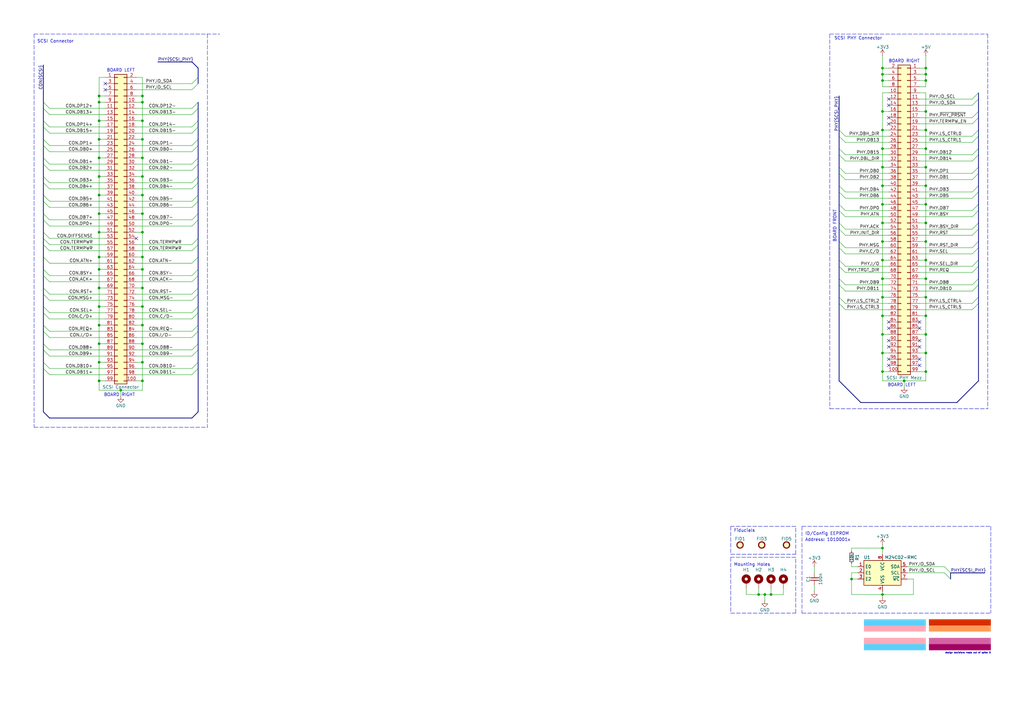
<source format=kicad_sch>
(kicad_sch (version 20231120) (generator "eeschema") (generator_version "8.0")
  (paper "A3")
  (title_block (title "Squishy - LVD/MSE PHY - Root") (date "2024-06-14") (rev "1") (company "Shrine Maiden Heavy Industries") (comment 1 "License:  CERN-OHL-S") (comment 2 "© 2024 Aki 'lethalbit' Van Ness, et. al.") (comment 4 "Squishy - SCSI Multitool"))
  (bus_alias "SCSI" (members "DB0+" "DB0-" "DB1+" "DB1-" "DB2+" "DB2-" "DB3+" "DB3-" "DB4+" "DB4-" "DB5+" "DB5-" "DB6+" "DB6-" "DB7+" "DB7-" "DB8+" "DB8-" "DB9+" "DB9-" "DB10+" "DB10-" "DB11+" "DB11-" "DB12+" "DB12-" "DB13+" "DB13-" "DB14+" "DB14-" "DB15+" "DB15-" "DP0+" "DP0-" "DP1+" "DP1-" "ATN+" "ATN-" "BSY+" "BSY-" "ACK+" "ACK-" "RST+" "RST-" "MSG+" "MSG-" "SEL+" "SEL-" "C/D+" "C/D-" "REQ+" "REQ-" "I/O+" "I/O-" "DIFFSENSE" "TERMPWR"))
  (bus_alias "SCSI_PHY" (members "DB[0..15]" "DP[0..1]" "ATN" "BSY" "ACK" "RST" "MSG" "SEL" "C/D" "REQ" "I/O" "ID_SDA" "ID_SCL" "~{PHY_PRSNT}" "TERMPW_EN" "LS_CTRL[0..5]" "DBL_DIR" "DBH_DIR" "INIT_DIR" "TRGT_DIR" "SEL_DIR" "RST_DIR" "BSY_DIR"))
  (junction (at 379.73 144.78))
  (junction (at 361.95 114.3))
  (junction (at 361.95 99.06))
  (junction (at 40.64 87.63))
  (junction (at 40.64 41.91))
  (junction (at 349.25 237.49))
  (junction (at 379.73 106.68))
  (junction (at 379.73 99.06))
  (junction (at 40.64 133.35))
  (junction (at 361.95 144.78))
  (junction (at 58.42 80.01))
  (junction (at 361.95 106.68))
  (junction (at 361.95 121.92))
  (junction (at 361.95 152.4))
  (junction (at 361.95 30.48))
  (junction (at 379.73 30.48))
  (junction (at 379.73 45.72))
  (junction (at 379.73 27.94))
  (junction (at 361.95 224.79))
  (junction (at 361.95 68.58))
  (junction (at 361.95 53.34))
  (junction (at 58.42 64.77))
  (junction (at 379.73 33.02))
  (junction (at 58.42 118.11))
  (junction (at 361.95 137.16))
  (junction (at 361.95 27.94))
  (junction (at 40.64 110.49))
  (junction (at 40.64 148.59))
  (junction (at 379.73 152.4))
  (junction (at 58.42 41.91))
  (junction (at 58.42 133.35))
  (junction (at 40.64 95.25))
  (junction (at 379.73 137.16))
  (junction (at 361.95 76.2))
  (junction (at 379.73 114.3))
  (junction (at 370.84 156.21))
  (junction (at 361.95 83.82))
  (junction (at 379.73 76.2))
  (junction (at 313.69 243.84))
  (junction (at 58.42 125.73))
  (junction (at 40.64 64.77))
  (junction (at 58.42 87.63))
  (junction (at 40.64 39.37))
  (junction (at 379.73 129.54))
  (junction (at 361.95 33.02))
  (junction (at 311.15 243.84))
  (junction (at 379.73 91.44))
  (junction (at 361.95 60.96))
  (junction (at 40.64 156.21))
  (junction (at 58.42 140.97))
  (junction (at 58.42 49.53))
  (junction (at 361.95 91.44))
  (junction (at 379.73 83.82))
  (junction (at 58.42 72.39))
  (junction (at 40.64 140.97))
  (junction (at 40.64 72.39))
  (junction (at 361.95 45.72))
  (junction (at 379.73 53.34))
  (junction (at 58.42 39.37))
  (junction (at 58.42 110.49))
  (junction (at 40.64 118.11))
  (junction (at 316.23 243.84))
  (junction (at 40.64 57.15))
  (junction (at 58.42 105.41))
  (junction (at 361.95 243.84))
  (junction (at 58.42 57.15))
  (junction (at 58.42 148.59))
  (junction (at 49.53 160.02))
  (junction (at 40.64 80.01))
  (junction (at 361.95 129.54))
  (junction (at 40.64 125.73))
  (junction (at 379.73 60.96))
  (junction (at 58.42 156.21))
  (junction (at 379.73 68.58))
  (junction (at 58.42 95.25))
  (junction (at 40.64 49.53))
  (junction (at 40.64 105.41))
  (junction (at 379.73 121.92))
  (no_connect (at 377.19 134.62))
  (no_connect (at 364.49 139.7))
  (no_connect (at 55.88 97.79))
  (no_connect (at 364.49 147.32))
  (no_connect (at 364.49 134.62))
  (no_connect (at 377.19 147.32))
  (no_connect (at 43.18 34.29))
  (no_connect (at 364.49 40.64))
  (no_connect (at 364.49 132.08))
  (no_connect (at 377.19 139.7))
  (no_connect (at 364.49 149.86))
  (no_connect (at 364.49 142.24))
  (no_connect (at 377.19 142.24))
  (no_connect (at 377.19 149.86))
  (no_connect (at 364.49 48.26))
  (no_connect (at 377.19 132.08))
  (no_connect (at 364.49 50.8))
  (no_connect (at 364.49 43.18))
  (no_connect (at 43.18 36.83))
  (bus_entry (at 401.32 76.2) (size -2.54 2.54))
  (bus_entry (at 401.32 45.72) (size -2.54 2.54))
  (bus_entry (at 17.78 44.45) (size 2.54 2.54))
  (bus_entry (at 81.28 82.55) (size -2.54 2.54))
  (bus_entry (at 401.32 53.34) (size -2.54 2.54))
  (bus_entry (at 401.32 60.96) (size -2.54 2.54))
  (bus_entry (at 17.78 135.89) (size 2.54 2.54))
  (bus_entry (at 81.28 80.01) (size -2.54 2.54))
  (bus_entry (at 17.78 74.93) (size 2.54 2.54))
  (bus_entry (at 81.28 100.33) (size -2.54 2.54))
  (bus_entry (at 81.28 64.77) (size -2.54 2.54))
  (bus_entry (at 81.28 135.89) (size -2.54 2.54))
  (bus_entry (at 17.78 95.25) (size 2.54 2.54))
  (bus_entry (at 401.32 116.84) (size -2.54 2.54))
  (bus_entry (at 389.89 234.95) (size -2.54 -2.54))
  (bus_entry (at 344.17 71.12) (size 2.54 2.54))
  (bus_entry (at 81.28 97.79) (size -2.54 2.54))
  (bus_entry (at 344.17 86.36) (size 2.54 2.54))
  (bus_entry (at 81.28 128.27) (size -2.54 2.54))
  (bus_entry (at 81.28 118.11) (size -2.54 2.54))
  (bus_entry (at 344.17 93.98) (size 2.54 2.54))
  (bus_entry (at 17.78 125.73) (size 2.54 2.54))
  (bus_entry (at 81.28 110.49) (size -2.54 2.54))
  (bus_entry (at 401.32 40.64) (size -2.54 2.54))
  (bus_entry (at 344.17 101.6) (size 2.54 2.54))
  (bus_entry (at 81.28 143.51) (size -2.54 2.54))
  (bus_entry (at 344.17 124.46) (size 2.54 2.54))
  (bus_entry (at 344.17 63.5) (size 2.54 2.54))
  (bus_entry (at 17.78 140.97) (size 2.54 2.54))
  (bus_entry (at 17.78 49.53) (size 2.54 2.54))
  (bus_entry (at 344.17 109.22) (size 2.54 2.54))
  (bus_entry (at 81.28 125.73) (size -2.54 2.54))
  (bus_entry (at 401.32 91.44) (size -2.54 2.54))
  (bus_entry (at 17.78 118.11) (size 2.54 2.54))
  (bus_entry (at 17.78 64.77) (size 2.54 2.54))
  (bus_entry (at 81.28 52.07) (size -2.54 2.54))
  (bus_entry (at 81.28 74.93) (size -2.54 2.54))
  (bus_entry (at 401.32 106.68) (size -2.54 2.54))
  (bus_entry (at 401.32 99.06) (size -2.54 2.54))
  (bus_entry (at 81.28 90.17) (size -2.54 2.54))
  (bus_entry (at 401.32 124.46) (size -2.54 2.54))
  (bus_entry (at 17.78 87.63) (size 2.54 2.54))
  (bus_entry (at 81.28 87.63) (size -2.54 2.54))
  (bus_entry (at 17.78 82.55) (size 2.54 2.54))
  (bus_entry (at 401.32 78.74) (size -2.54 2.54))
  (bus_entry (at 401.32 38.1) (size -2.54 2.54))
  (bus_entry (at 17.78 148.59) (size 2.54 2.54))
  (bus_entry (at 17.78 57.15) (size 2.54 2.54))
  (bus_entry (at 17.78 59.69) (size 2.54 2.54))
  (bus_entry (at 344.17 55.88) (size 2.54 2.54))
  (bus_entry (at 81.28 44.45) (size -2.54 2.54))
  (bus_entry (at 344.17 116.84) (size 2.54 2.54))
  (bus_entry (at 344.17 91.44) (size 2.54 2.54))
  (bus_entry (at 389.89 237.49) (size -2.54 -2.54))
  (bus_entry (at 17.78 90.17) (size 2.54 2.54))
  (bus_entry (at 401.32 83.82) (size -2.54 2.54))
  (bus_entry (at 401.32 109.22) (size -2.54 2.54))
  (bus_entry (at 81.28 59.69) (size -2.54 2.54))
  (bus_entry (at 344.17 78.74) (size 2.54 2.54))
  (bus_entry (at 17.78 113.03) (size 2.54 2.54))
  (bus_entry (at 17.78 105.41) (size 2.54 2.54))
  (bus_entry (at 81.28 113.03) (size -2.54 2.54))
  (bus_entry (at 17.78 52.07) (size 2.54 2.54))
  (bus_entry (at 17.78 110.49) (size 2.54 2.54))
  (bus_entry (at 17.78 72.39) (size 2.54 2.54))
  (bus_entry (at 81.28 120.65) (size -2.54 2.54))
  (bus_entry (at 81.28 34.29) (size -2.54 2.54))
  (bus_entry (at 81.28 57.15) (size -2.54 2.54))
  (bus_entry (at 17.78 80.01) (size 2.54 2.54))
  (bus_entry (at 344.17 121.92) (size 2.54 2.54))
  (bus_entry (at 17.78 41.91) (size 2.54 2.54))
  (bus_entry (at 81.28 41.91) (size -2.54 2.54))
  (bus_entry (at 344.17 114.3) (size 2.54 2.54))
  (bus_entry (at 17.78 151.13) (size 2.54 2.54))
  (bus_entry (at 344.17 60.96) (size 2.54 2.54))
  (bus_entry (at 401.32 63.5) (size -2.54 2.54))
  (bus_entry (at 401.32 86.36) (size -2.54 2.54))
  (bus_entry (at 81.28 31.75) (size -2.54 2.54))
  (bus_entry (at 81.28 151.13) (size -2.54 2.54))
  (bus_entry (at 81.28 72.39) (size -2.54 2.54))
  (bus_entry (at 81.28 148.59) (size -2.54 2.54))
  (bus_entry (at 17.78 97.79) (size 2.54 2.54))
  (bus_entry (at 401.32 101.6) (size -2.54 2.54))
  (bus_entry (at 17.78 100.33) (size 2.54 2.54))
  (bus_entry (at 81.28 49.53) (size -2.54 2.54))
  (bus_entry (at 401.32 93.98) (size -2.54 2.54))
  (bus_entry (at 344.17 76.2) (size 2.54 2.54))
  (bus_entry (at 401.32 121.92) (size -2.54 2.54))
  (bus_entry (at 344.17 99.06) (size 2.54 2.54))
  (bus_entry (at 17.78 120.65) (size 2.54 2.54))
  (bus_entry (at 17.78 67.31) (size 2.54 2.54))
  (bus_entry (at 17.78 128.27) (size 2.54 2.54))
  (bus_entry (at 17.78 133.35) (size 2.54 2.54))
  (bus_entry (at 401.32 114.3) (size -2.54 2.54))
  (bus_entry (at 81.28 105.41) (size -2.54 2.54))
  (bus_entry (at 344.17 106.68) (size 2.54 2.54))
  (bus_entry (at 344.17 83.82) (size 2.54 2.54))
  (bus_entry (at 81.28 67.31) (size -2.54 2.54))
  (bus_entry (at 81.28 140.97) (size -2.54 2.54))
  (bus_entry (at 401.32 48.26) (size -2.54 2.54))
  (bus_entry (at 17.78 143.51) (size 2.54 2.54))
  (bus_entry (at 344.17 68.58) (size 2.54 2.54))
  (bus_entry (at 401.32 68.58) (size -2.54 2.54))
  (bus_entry (at 401.32 71.12) (size -2.54 2.54))
  (bus_entry (at 344.17 53.34) (size 2.54 2.54))
  (bus_entry (at 81.28 133.35) (size -2.54 2.54))
  (bus_entry (at 401.32 55.88) (size -2.54 2.54))
  (wire (pts (xy 377.19 43.18) (xy 398.78 43.18)))
  (wire (pts (xy 361.95 156.21) (xy 370.84 156.21)))
  (wire (pts (xy 20.32 92.71) (xy 43.18 92.71)))
  (wire (pts (xy 20.32 67.31) (xy 43.18 67.31)))
  (wire (pts (xy 346.71 71.12) (xy 364.49 71.12)))
  (wire (pts (xy 361.95 99.06) (xy 364.49 99.06)))
  (wire (pts (xy 20.32 146.05) (xy 43.18 146.05)))
  (wire (pts (xy 55.88 156.21) (xy 58.42 156.21)))
  (bus (pts (xy 401.32 60.96) (xy 401.32 63.5)))
  (wire (pts (xy 20.32 97.79) (xy 43.18 97.79)))
  (wire (pts (xy 377.19 109.22) (xy 398.78 109.22)))
  (wire (pts (xy 55.88 31.75) (xy 58.42 31.75)))
  (wire (pts (xy 379.73 106.68) (xy 379.73 114.3)))
  (wire (pts (xy 78.74 115.57) (xy 55.88 115.57)))
  (wire (pts (xy 377.19 129.54) (xy 379.73 129.54)))
  (bus (pts (xy 344.17 101.6) (xy 344.17 106.68)))
  (wire (pts (xy 346.71 58.42) (xy 364.49 58.42)))
  (wire (pts (xy 78.74 102.87) (xy 55.88 102.87)))
  (wire (pts (xy 377.19 114.3) (xy 379.73 114.3)))
  (wire (pts (xy 55.88 57.15) (xy 58.42 57.15)))
  (bus (pts (xy 81.28 120.65) (xy 81.28 125.73)))
  (wire (pts (xy 377.19 81.28) (xy 398.78 81.28)))
  (wire (pts (xy 20.32 123.19) (xy 43.18 123.19)))
  (wire (pts (xy 58.42 87.63) (xy 58.42 95.25)))
  (bus (pts (xy 81.28 82.55) (xy 81.28 87.63)))
  (wire (pts (xy 78.74 74.93) (xy 55.88 74.93)))
  (polyline (pts (xy 299.72 228.6) (xy 299.72 251.46)) (stroke (width 0) (type dash)))
  (bus (pts (xy 17.78 95.25) (xy 17.78 97.79)))
  (wire (pts (xy 349.25 231.14) (xy 349.25 232.41)))
  (wire (pts (xy 379.73 99.06) (xy 379.73 106.68)))
  (bus (pts (xy 81.28 97.79) (xy 81.28 100.33)))
  (wire (pts (xy 361.95 68.58) (xy 364.49 68.58)))
  (bus (pts (xy 401.32 121.92) (xy 401.32 124.46)))
  (wire (pts (xy 361.95 152.4) (xy 364.49 152.4)))
  (wire (pts (xy 20.32 62.23) (xy 43.18 62.23)))
  (bus (pts (xy 401.32 109.22) (xy 401.32 114.3)))
  (wire (pts (xy 377.19 78.74) (xy 398.78 78.74)))
  (bus (pts (xy 344.17 91.44) (xy 344.17 93.98)))
  (bus (pts (xy 401.32 86.36) (xy 401.32 91.44)))
  (wire (pts (xy 374.65 237.49) (xy 374.65 243.84)))
  (wire (pts (xy 379.73 30.48) (xy 379.73 33.02)))
  (wire (pts (xy 377.19 76.2) (xy 379.73 76.2)))
  (wire (pts (xy 55.88 110.49) (xy 58.42 110.49)))
  (bus (pts (xy 401.32 68.58) (xy 401.32 71.12)))
  (bus (pts (xy 344.17 68.58) (xy 344.17 71.12)))
  (wire (pts (xy 49.53 160.02) (xy 49.53 162.56)))
  (wire (pts (xy 55.88 41.91) (xy 58.42 41.91)))
  (wire (pts (xy 78.74 113.03) (xy 55.88 113.03)))
  (wire (pts (xy 377.19 116.84) (xy 398.78 116.84)))
  (wire (pts (xy 78.74 153.67) (xy 55.88 153.67)))
  (wire (pts (xy 78.74 62.23) (xy 55.88 62.23)))
  (bus (pts (xy 344.17 116.84) (xy 344.17 121.92)))
  (wire (pts (xy 346.71 96.52) (xy 364.49 96.52)))
  (wire (pts (xy 361.95 27.94) (xy 361.95 30.48)))
  (wire (pts (xy 43.18 57.15) (xy 40.64 57.15)))
  (wire (pts (xy 361.95 121.92) (xy 361.95 129.54)))
  (bus (pts (xy 81.28 100.33) (xy 81.28 105.41)))
  (bus (pts (xy 20.32 171.45) (xy 78.74 171.45)))
  (wire (pts (xy 377.19 101.6) (xy 398.78 101.6)))
  (wire (pts (xy 361.95 27.94) (xy 361.95 22.86)))
  (bus (pts (xy 17.78 133.35) (xy 17.78 135.89)))
  (wire (pts (xy 361.95 60.96) (xy 361.95 68.58)))
  (bus (pts (xy 81.28 118.11) (xy 81.28 120.65)))
  (wire (pts (xy 40.64 64.77) (xy 40.64 72.39)))
  (wire (pts (xy 379.73 114.3) (xy 379.73 121.92)))
  (wire (pts (xy 377.19 96.52) (xy 398.78 96.52)))
  (wire (pts (xy 20.32 69.85) (xy 43.18 69.85)))
  (wire (pts (xy 58.42 41.91) (xy 58.42 49.53)))
  (wire (pts (xy 364.49 33.02) (xy 361.95 33.02)))
  (wire (pts (xy 78.74 67.31) (xy 55.88 67.31)))
  (bus (pts (xy 17.78 120.65) (xy 17.78 125.73)))
  (bus (pts (xy 81.28 128.27) (xy 81.28 133.35)))
  (wire (pts (xy 40.64 49.53) (xy 40.64 57.15)))
  (bus (pts (xy 81.28 64.77) (xy 81.28 67.31)))
  (bus (pts (xy 401.32 40.64) (xy 401.32 45.72)))
  (wire (pts (xy 40.64 160.02) (xy 49.53 160.02)))
  (wire (pts (xy 20.32 77.47) (xy 43.18 77.47)))
  (wire (pts (xy 40.64 72.39) (xy 40.64 80.01)))
  (bus (pts (xy 81.28 59.69) (xy 81.28 64.77)))
  (wire (pts (xy 379.73 144.78) (xy 379.73 152.4)))
  (wire (pts (xy 364.49 30.48) (xy 361.95 30.48)))
  (bus (pts (xy 81.28 49.53) (xy 81.28 52.07)))
  (wire (pts (xy 377.19 99.06) (xy 379.73 99.06)))
  (bus (pts (xy 344.17 83.82) (xy 344.17 86.36)))
  (wire (pts (xy 58.42 80.01) (xy 58.42 87.63)))
  (bus (pts (xy 401.32 93.98) (xy 401.32 99.06)))
  (wire (pts (xy 43.18 95.25) (xy 40.64 95.25)))
  (wire (pts (xy 377.19 124.46) (xy 398.78 124.46)))
  (bus (pts (xy 401.32 71.12) (xy 401.32 76.2)))
  (bus (pts (xy 17.78 105.41) (xy 17.78 110.49)))
  (bus (pts (xy 81.28 27.94) (xy 81.28 31.75)))
  (bus (pts (xy 344.17 106.68) (xy 344.17 109.22)))
  (wire (pts (xy 349.25 237.49) (xy 349.25 243.84)))
  (wire (pts (xy 78.74 77.47) (xy 55.88 77.47)))
  (wire (pts (xy 78.74 85.09) (xy 55.88 85.09)))
  (wire (pts (xy 40.64 41.91) (xy 40.64 49.53)))
  (bus (pts (xy 17.78 118.11) (xy 17.78 120.65)))
  (wire (pts (xy 377.19 91.44) (xy 379.73 91.44)))
  (bus (pts (xy 401.32 63.5) (xy 401.32 68.58)))
  (wire (pts (xy 377.19 53.34) (xy 379.73 53.34)))
  (wire (pts (xy 78.74 90.17) (xy 55.88 90.17)))
  (bus (pts (xy 17.78 110.49) (xy 17.78 113.03)))
  (wire (pts (xy 313.69 243.84) (xy 316.23 243.84)))
  (wire (pts (xy 55.88 87.63) (xy 58.42 87.63)))
  (wire (pts (xy 55.88 125.73) (xy 58.42 125.73)))
  (polyline (pts (xy 340.36 13.97) (xy 340.36 167.64)) (stroke (width 0) (type dash)))
  (wire (pts (xy 361.95 38.1) (xy 361.95 45.72)))
  (wire (pts (xy 346.71 55.88) (xy 364.49 55.88)))
  (bus (pts (xy 81.28 31.75) (xy 81.28 34.29)))
  (wire (pts (xy 377.19 38.1) (xy 379.73 38.1)))
  (wire (pts (xy 316.23 241.3) (xy 316.23 243.84)))
  (wire (pts (xy 377.19 35.56) (xy 379.73 35.56)))
  (wire (pts (xy 349.25 232.41) (xy 351.79 232.41)))
  (bus (pts (xy 344.17 55.88) (xy 344.17 60.96)))
  (wire (pts (xy 55.88 72.39) (xy 58.42 72.39)))
  (wire (pts (xy 377.19 45.72) (xy 379.73 45.72)))
  (bus (pts (xy 389.89 234.95) (xy 403.86 234.95)))
  (wire (pts (xy 58.42 49.53) (xy 58.42 57.15)))
  (wire (pts (xy 364.49 27.94) (xy 361.95 27.94)))
  (wire (pts (xy 43.18 64.77) (xy 40.64 64.77)))
  (bus (pts (xy 17.78 135.89) (xy 17.78 140.97)))
  (bus (pts (xy 344.17 78.74) (xy 344.17 83.82)))
  (wire (pts (xy 78.74 120.65) (xy 55.88 120.65)))
  (wire (pts (xy 58.42 95.25) (xy 58.42 105.41)))
  (polyline (pts (xy 13.97 13.97) (xy 13.97 175.26)) (stroke (width 0) (type dash)))
  (wire (pts (xy 43.18 110.49) (xy 40.64 110.49)))
  (wire (pts (xy 78.74 128.27) (xy 55.88 128.27)))
  (bus (pts (xy 401.32 48.26) (xy 401.32 53.34)))
  (bus (pts (xy 81.28 80.01) (xy 81.28 82.55)))
  (wire (pts (xy 58.42 156.21) (xy 58.42 160.02)))
  (polyline (pts (xy 85.09 13.97) (xy 85.09 175.26)) (stroke (width 0) (type dash)))
  (bus (pts (xy 344.17 99.06) (xy 344.17 101.6)))
  (bus (pts (xy 17.78 49.53) (xy 17.78 52.07)))
  (wire (pts (xy 55.88 118.11) (xy 58.42 118.11)))
  (wire (pts (xy 78.74 46.99) (xy 55.88 46.99)))
  (wire (pts (xy 377.19 88.9) (xy 398.78 88.9)))
  (wire (pts (xy 40.64 110.49) (xy 40.64 118.11)))
  (wire (pts (xy 361.95 83.82) (xy 361.95 91.44)))
  (wire (pts (xy 20.32 128.27) (xy 43.18 128.27)))
  (wire (pts (xy 55.88 36.83) (xy 78.74 36.83)))
  (wire (pts (xy 20.32 113.03) (xy 43.18 113.03)))
  (wire (pts (xy 55.88 105.41) (xy 58.42 105.41)))
  (wire (pts (xy 55.88 39.37) (xy 58.42 39.37)))
  (bus (pts (xy 344.17 114.3) (xy 344.17 116.84)))
  (bus (pts (xy 401.32 116.84) (xy 401.32 121.92)))
  (wire (pts (xy 398.78 50.8) (xy 377.19 50.8)))
  (wire (pts (xy 40.64 133.35) (xy 40.64 140.97)))
  (wire (pts (xy 55.88 80.01) (xy 58.42 80.01)))
  (wire (pts (xy 20.32 85.09) (xy 43.18 85.09)))
  (wire (pts (xy 58.42 140.97) (xy 58.42 148.59)))
  (wire (pts (xy 43.18 72.39) (xy 40.64 72.39)))
  (wire (pts (xy 377.19 48.26) (xy 398.78 48.26)))
  (wire (pts (xy 40.64 31.75) (xy 40.64 39.37)))
  (wire (pts (xy 346.71 104.14) (xy 364.49 104.14)))
  (bus (pts (xy 81.28 67.31) (xy 81.28 72.39)))
  (bus (pts (xy 401.32 55.88) (xy 401.32 60.96)))
  (polyline (pts (xy 326.39 251.46) (xy 326.39 228.6)) (stroke (width 0) (type dash)))
  (wire (pts (xy 361.95 33.02) (xy 361.95 35.56)))
  (bus (pts (xy 401.32 99.06) (xy 401.32 101.6)))
  (wire (pts (xy 379.73 27.94) (xy 379.73 30.48)))
  (wire (pts (xy 361.95 114.3) (xy 361.95 121.92)))
  (wire (pts (xy 361.95 91.44) (xy 361.95 99.06)))
  (wire (pts (xy 43.18 125.73) (xy 40.64 125.73)))
  (polyline (pts (xy 326.39 227.33) (xy 326.39 215.9)) (stroke (width 0) (type dash)))
  (bus (pts (xy 344.17 121.92) (xy 344.17 124.46)))
  (wire (pts (xy 364.49 38.1) (xy 361.95 38.1)))
  (wire (pts (xy 346.71 81.28) (xy 364.49 81.28)))
  (wire (pts (xy 361.95 91.44) (xy 364.49 91.44)))
  (bus (pts (xy 401.32 156.21) (xy 392.43 165.1)))
  (wire (pts (xy 361.95 106.68) (xy 364.49 106.68)))
  (wire (pts (xy 55.88 133.35) (xy 58.42 133.35)))
  (bus (pts (xy 17.78 140.97) (xy 17.78 143.51)))
  (bus (pts (xy 17.78 148.59) (xy 17.78 151.13)))
  (bus (pts (xy 81.28 135.89) (xy 81.28 140.97)))
  (wire (pts (xy 20.32 120.65) (xy 43.18 120.65)))
  (wire (pts (xy 361.95 68.58) (xy 361.95 76.2)))
  (bus (pts (xy 401.32 114.3) (xy 401.32 116.84)))
  (wire (pts (xy 346.71 93.98) (xy 364.49 93.98)))
  (wire (pts (xy 55.88 148.59) (xy 58.42 148.59)))
  (wire (pts (xy 334.01 240.03) (xy 334.01 242.57)))
  (polyline (pts (xy 328.93 251.46) (xy 406.4 251.46)) (stroke (width 0) (type dash)))
  (polyline (pts (xy 13.97 175.26) (xy 85.09 175.26)) (stroke (width 0) (type dash)))
  (wire (pts (xy 346.71 101.6) (xy 364.49 101.6)))
  (bus (pts (xy 17.78 168.91) (xy 20.32 171.45)))
  (wire (pts (xy 377.19 55.88) (xy 398.78 55.88)))
  (polyline (pts (xy 299.72 251.46) (xy 326.39 251.46)) (stroke (width 0) (type dash)))
  (wire (pts (xy 346.71 119.38) (xy 364.49 119.38)))
  (wire (pts (xy 377.19 137.16) (xy 379.73 137.16)))
  (polyline (pts (xy 13.97 13.97) (xy 90.17 13.97)) (stroke (width 0) (type dash)))
  (wire (pts (xy 20.32 153.67) (xy 43.18 153.67)))
  (wire (pts (xy 361.95 53.34) (xy 361.95 60.96)))
  (wire (pts (xy 346.71 63.5) (xy 364.49 63.5)))
  (wire (pts (xy 361.95 76.2) (xy 364.49 76.2)))
  (bus (pts (xy 17.78 64.77) (xy 17.78 67.31)))
  (wire (pts (xy 364.49 124.46) (xy 346.71 124.46)))
  (polyline (pts (xy 328.93 215.9) (xy 406.4 215.9)) (stroke (width 0) (type dash)))
  (wire (pts (xy 43.18 80.01) (xy 40.64 80.01)))
  (wire (pts (xy 20.32 135.89) (xy 43.18 135.89)))
  (wire (pts (xy 349.25 243.84) (xy 361.95 243.84)))
  (wire (pts (xy 78.74 138.43) (xy 55.88 138.43)))
  (bus (pts (xy 17.78 100.33) (xy 17.78 105.41)))
  (bus (pts (xy 17.78 72.39) (xy 17.78 74.93)))
  (wire (pts (xy 370.84 156.21) (xy 379.73 156.21)))
  (wire (pts (xy 20.32 100.33) (xy 43.18 100.33)))
  (polyline (pts (xy 326.39 215.9) (xy 299.72 215.9)) (stroke (width 0) (type dash)))
  (bus (pts (xy 81.28 72.39) (xy 81.28 74.93)))
  (bus (pts (xy 17.78 82.55) (xy 17.78 87.63)))
  (wire (pts (xy 364.49 127) (xy 346.71 127)))
  (bus (pts (xy 17.78 44.45) (xy 17.78 49.53)))
  (bus (pts (xy 17.78 90.17) (xy 17.78 95.25)))
  (wire (pts (xy 377.19 73.66) (xy 398.78 73.66)))
  (bus (pts (xy 17.78 52.07) (xy 17.78 57.15)))
  (bus (pts (xy 389.89 234.95) (xy 389.89 237.49)))
  (wire (pts (xy 364.49 137.16) (xy 361.95 137.16)))
  (bus (pts (xy 81.28 87.63) (xy 81.28 90.17)))
  (wire (pts (xy 55.88 34.29) (xy 78.74 34.29)))
  (bus (pts (xy 17.78 97.79) (xy 17.78 100.33)))
  (wire (pts (xy 40.64 80.01) (xy 40.64 87.63)))
  (bus (pts (xy 81.28 41.91) (xy 81.28 44.45)))
  (bus (pts (xy 17.78 87.63) (xy 17.78 90.17)))
  (bus (pts (xy 78.74 171.45) (xy 81.28 168.91)))
  (bus (pts (xy 81.28 57.15) (xy 81.28 59.69)))
  (bus (pts (xy 344.17 109.22) (xy 344.17 114.3)))
  (wire (pts (xy 377.19 104.14) (xy 398.78 104.14)))
  (bus (pts (xy 17.78 113.03) (xy 17.78 118.11)))
  (wire (pts (xy 78.74 92.71) (xy 55.88 92.71)))
  (wire (pts (xy 377.19 30.48) (xy 379.73 30.48)))
  (wire (pts (xy 58.42 57.15) (xy 58.42 64.77)))
  (bus (pts (xy 344.17 86.36) (xy 344.17 91.44)))
  (wire (pts (xy 346.71 116.84) (xy 364.49 116.84)))
  (wire (pts (xy 55.88 140.97) (xy 58.42 140.97)))
  (bus (pts (xy 401.32 53.34) (xy 401.32 55.88)))
  (bus (pts (xy 78.74 25.4) (xy 81.28 27.94)))
  (wire (pts (xy 58.42 31.75) (xy 58.42 39.37)))
  (bus (pts (xy 81.28 90.17) (xy 81.28 97.79)))
  (bus (pts (xy 344.17 60.96) (xy 344.17 63.5)))
  (bus (pts (xy 353.06 165.1) (xy 392.43 165.1)))
  (wire (pts (xy 20.32 138.43) (xy 43.18 138.43)))
  (wire (pts (xy 377.19 68.58) (xy 379.73 68.58)))
  (wire (pts (xy 20.32 82.55) (xy 43.18 82.55)))
  (wire (pts (xy 58.42 118.11) (xy 58.42 125.73)))
  (wire (pts (xy 40.64 118.11) (xy 40.64 125.73)))
  (wire (pts (xy 377.19 121.92) (xy 379.73 121.92)))
  (wire (pts (xy 40.64 156.21) (xy 40.64 160.02)))
  (wire (pts (xy 361.95 242.57) (xy 361.95 243.84)))
  (wire (pts (xy 20.32 115.57) (xy 43.18 115.57)))
  (wire (pts (xy 55.88 95.25) (xy 58.42 95.25)))
  (polyline (pts (xy 299.72 227.33) (xy 326.39 227.33)) (stroke (width 0) (type dash)))
  (bus (pts (xy 17.78 41.91) (xy 17.78 44.45)))
  (wire (pts (xy 361.95 76.2) (xy 361.95 83.82)))
  (wire (pts (xy 364.49 144.78) (xy 361.95 144.78)))
  (wire (pts (xy 311.15 241.3) (xy 311.15 243.84)))
  (wire (pts (xy 78.74 59.69) (xy 55.88 59.69)))
  (wire (pts (xy 78.74 146.05) (xy 55.88 146.05)))
  (wire (pts (xy 306.07 241.3) (xy 306.07 243.84)))
  (wire (pts (xy 78.74 130.81) (xy 55.88 130.81)))
  (wire (pts (xy 78.74 151.13) (xy 55.88 151.13)))
  (bus (pts (xy 81.28 125.73) (xy 81.28 128.27)))
  (wire (pts (xy 311.15 243.84) (xy 313.69 243.84)))
  (wire (pts (xy 40.64 148.59) (xy 40.64 156.21)))
  (wire (pts (xy 321.31 241.3) (xy 321.31 243.84)))
  (wire (pts (xy 361.95 137.16) (xy 361.95 144.78)))
  (wire (pts (xy 346.71 66.04) (xy 364.49 66.04)))
  (wire (pts (xy 58.42 148.59) (xy 58.42 156.21)))
  (wire (pts (xy 361.95 83.82) (xy 364.49 83.82)))
  (bus (pts (xy 344.17 63.5) (xy 344.17 68.58)))
  (wire (pts (xy 379.73 129.54) (xy 379.73 137.16)))
  (wire (pts (xy 349.25 224.79) (xy 349.25 226.06)))
  (wire (pts (xy 43.18 87.63) (xy 40.64 87.63)))
  (wire (pts (xy 379.73 137.16) (xy 379.73 144.78)))
  (wire (pts (xy 377.19 40.64) (xy 398.78 40.64)))
  (wire (pts (xy 361.95 223.52) (xy 361.95 224.79)))
  (wire (pts (xy 40.64 140.97) (xy 40.64 148.59)))
  (wire (pts (xy 361.95 60.96) (xy 364.49 60.96)))
  (wire (pts (xy 78.74 69.85) (xy 55.88 69.85)))
  (wire (pts (xy 377.19 111.76) (xy 398.78 111.76)))
  (wire (pts (xy 20.32 54.61) (xy 43.18 54.61)))
  (wire (pts (xy 364.49 129.54) (xy 361.95 129.54)))
  (wire (pts (xy 346.71 73.66) (xy 364.49 73.66)))
  (bus (pts (xy 81.28 110.49) (xy 81.28 113.03)))
  (bus (pts (xy 344.17 71.12) (xy 344.17 76.2)))
  (bus (pts (xy 344.17 156.21) (xy 353.06 165.1)))
  (wire (pts (xy 377.19 63.5) (xy 398.78 63.5)))
  (wire (pts (xy 58.42 39.37) (xy 58.42 41.91)))
  (wire (pts (xy 372.11 234.95) (xy 387.35 234.95)))
  (wire (pts (xy 78.74 123.19) (xy 55.88 123.19)))
  (bus (pts (xy 401.32 45.72) (xy 401.32 48.26)))
  (wire (pts (xy 349.25 234.95) (xy 349.25 237.49)))
  (bus (pts (xy 81.28 151.13) (xy 81.28 168.91)))
  (wire (pts (xy 370.84 156.21) (xy 370.84 158.75)))
  (wire (pts (xy 346.71 78.74) (xy 364.49 78.74)))
  (wire (pts (xy 20.32 90.17) (xy 43.18 90.17)))
  (wire (pts (xy 20.32 74.93) (xy 43.18 74.93)))
  (bus (pts (xy 344.17 39.37) (xy 344.17 53.34)))
  (wire (pts (xy 379.73 121.92) (xy 379.73 129.54)))
  (wire (pts (xy 43.18 31.75) (xy 40.64 31.75)))
  (wire (pts (xy 379.73 53.34) (xy 379.73 60.96)))
  (wire (pts (xy 377.19 106.68) (xy 379.73 106.68)))
  (wire (pts (xy 377.19 33.02) (xy 379.73 33.02)))
  (wire (pts (xy 58.42 72.39) (xy 58.42 80.01)))
  (wire (pts (xy 40.64 105.41) (xy 43.18 105.41)))
  (wire (pts (xy 78.74 143.51) (xy 55.88 143.51)))
  (wire (pts (xy 313.69 243.84) (xy 313.69 246.38)))
  (wire (pts (xy 40.64 125.73) (xy 40.64 133.35)))
  (wire (pts (xy 40.64 156.21) (xy 43.18 156.21)))
  (bus (pts (xy 17.78 125.73) (xy 17.78 128.27)))
  (wire (pts (xy 306.07 243.84) (xy 311.15 243.84)))
  (bus (pts (xy 81.28 44.45) (xy 81.28 49.53)))
  (wire (pts (xy 349.25 234.95) (xy 351.79 234.95)))
  (wire (pts (xy 346.71 88.9) (xy 364.49 88.9)))
  (bus (pts (xy 17.78 57.15) (xy 17.78 59.69)))
  (bus (pts (xy 344.17 53.34) (xy 344.17 55.88)))
  (polyline (pts (xy 340.36 13.97) (xy 405.13 13.97)) (stroke (width 0) (type dash)))
  (wire (pts (xy 346.71 109.22) (xy 364.49 109.22)))
  (wire (pts (xy 43.18 118.11) (xy 40.64 118.11)))
  (bus (pts (xy 344.17 76.2) (xy 344.17 78.74)))
  (wire (pts (xy 346.71 86.36) (xy 364.49 86.36)))
  (wire (pts (xy 379.73 27.94) (xy 379.73 22.86)))
  (bus (pts (xy 81.28 133.35) (xy 81.28 135.89)))
  (wire (pts (xy 78.74 44.45) (xy 55.88 44.45)))
  (wire (pts (xy 20.32 102.87) (xy 43.18 102.87)))
  (wire (pts (xy 377.19 93.98) (xy 398.78 93.98)))
  (wire (pts (xy 349.25 237.49) (xy 351.79 237.49)))
  (wire (pts (xy 78.74 100.33) (xy 55.88 100.33)))
  (wire (pts (xy 364.49 45.72) (xy 361.95 45.72)))
  (bus (pts (xy 17.78 26.67) (xy 17.78 41.91)))
  (wire (pts (xy 377.19 66.04) (xy 398.78 66.04)))
  (wire (pts (xy 379.73 68.58) (xy 379.73 76.2)))
  (bus (pts (xy 344.17 124.46) (xy 344.17 156.21)))
  (bus (pts (xy 401.32 91.44) (xy 401.32 93.98)))
  (wire (pts (xy 364.49 53.34) (xy 361.95 53.34)))
  (wire (pts (xy 379.73 60.96) (xy 379.73 68.58)))
  (wire (pts (xy 20.32 46.99) (xy 43.18 46.99)))
  (wire (pts (xy 43.18 41.91) (xy 40.64 41.91)))
  (bus (pts (xy 401.32 106.68) (xy 401.32 109.22)))
  (wire (pts (xy 379.73 83.82) (xy 379.73 91.44)))
  (bus (pts (xy 17.78 67.31) (xy 17.78 72.39)))
  (wire (pts (xy 377.19 27.94) (xy 379.73 27.94)))
  (wire (pts (xy 20.32 143.51) (xy 43.18 143.51)))
  (wire (pts (xy 361.95 243.84) (xy 374.65 243.84)))
  (wire (pts (xy 58.42 133.35) (xy 58.42 140.97)))
  (wire (pts (xy 361.95 243.84) (xy 361.95 245.11)))
  (wire (pts (xy 40.64 148.59) (xy 43.18 148.59)))
  (wire (pts (xy 377.19 86.36) (xy 398.78 86.36)))
  (bus (pts (xy 17.78 74.93) (xy 17.78 80.01)))
  (wire (pts (xy 379.73 76.2) (xy 379.73 83.82)))
  (bus (pts (xy 81.28 148.59) (xy 81.28 151.13)))
  (wire (pts (xy 377.19 60.96) (xy 379.73 60.96)))
  (bus (pts (xy 17.78 151.13) (xy 17.78 168.91)))
  (wire (pts (xy 349.25 224.79) (xy 361.95 224.79)))
  (bus (pts (xy 81.28 52.07) (xy 81.28 57.15)))
  (wire (pts (xy 40.64 105.41) (xy 40.64 110.49)))
  (polyline (pts (xy 328.93 215.9) (xy 328.93 251.46)) (stroke (width 0) (type dash)))
  (bus (pts (xy 401.32 124.46) (xy 401.32 156.21)))
  (wire (pts (xy 377.19 127) (xy 398.78 127)))
  (wire (pts (xy 377.19 71.12) (xy 398.78 71.12)))
  (wire (pts (xy 20.32 44.45) (xy 43.18 44.45)))
  (wire (pts (xy 40.64 39.37) (xy 40.64 41.91)))
  (wire (pts (xy 58.42 110.49) (xy 58.42 118.11)))
  (wire (pts (xy 377.19 58.42) (xy 398.78 58.42)))
  (wire (pts (xy 346.71 111.76) (xy 364.49 111.76)))
  (bus (pts (xy 17.78 80.01) (xy 17.78 82.55)))
  (wire (pts (xy 361.95 45.72) (xy 361.95 53.34)))
  (wire (pts (xy 361.95 152.4) (xy 361.95 156.21)))
  (polyline (pts (xy 406.4 215.9) (xy 406.4 251.46)) (stroke (width 0) (type dash)))
  (wire (pts (xy 364.49 121.92) (xy 361.95 121.92)))
  (wire (pts (xy 58.42 64.77) (xy 58.42 72.39)))
  (bus (pts (xy 401.32 76.2) (xy 401.32 78.74)))
  (wire (pts (xy 55.88 49.53) (xy 58.42 49.53)))
  (wire (pts (xy 40.64 95.25) (xy 40.64 105.41)))
  (wire (pts (xy 372.11 232.41) (xy 387.35 232.41)))
  (wire (pts (xy 43.18 49.53) (xy 40.64 49.53)))
  (wire (pts (xy 361.95 144.78) (xy 361.95 152.4)))
  (wire (pts (xy 40.64 39.37) (xy 43.18 39.37)))
  (bus (pts (xy 401.32 101.6) (xy 401.32 106.68)))
  (wire (pts (xy 78.74 107.95) (xy 55.88 107.95)))
  (wire (pts (xy 316.23 243.84) (xy 321.31 243.84)))
  (polyline (pts (xy 405.13 13.97) (xy 405.13 167.64)) (stroke (width 0) (type dash)))
  (wire (pts (xy 78.74 54.61) (xy 55.88 54.61)))
  (wire (pts (xy 379.73 152.4) (xy 379.73 156.21)))
  (wire (pts (xy 361.95 99.06) (xy 361.95 106.68)))
  (bus (pts (xy 344.17 93.98) (xy 344.17 99.06)))
  (wire (pts (xy 361.95 114.3) (xy 364.49 114.3)))
  (bus (pts (xy 81.28 74.93) (xy 81.28 80.01)))
  (wire (pts (xy 20.32 59.69) (xy 43.18 59.69)))
  (bus (pts (xy 81.28 140.97) (xy 81.28 143.51)))
  (bus (pts (xy 81.28 143.51) (xy 81.28 148.59)))
  (wire (pts (xy 43.18 133.35) (xy 40.64 133.35)))
  (wire (pts (xy 20.32 107.95) (xy 43.18 107.95)))
  (wire (pts (xy 20.32 52.07) (xy 43.18 52.07)))
  (wire (pts (xy 379.73 33.02) (xy 379.73 35.56)))
  (wire (pts (xy 20.32 151.13) (xy 43.18 151.13)))
  (bus (pts (xy 401.32 83.82) (xy 401.32 86.36)))
  (bus (pts (xy 64.77 25.4) (xy 78.74 25.4)))
  (wire (pts (xy 40.64 87.63) (xy 40.64 95.25)))
  (wire (pts (xy 379.73 38.1) (xy 379.73 45.72)))
  (wire (pts (xy 372.11 237.49) (xy 374.65 237.49)))
  (wire (pts (xy 78.74 82.55) (xy 55.88 82.55)))
  (wire (pts (xy 361.95 106.68) (xy 361.95 114.3)))
  (wire (pts (xy 20.32 130.81) (xy 43.18 130.81)))
  (wire (pts (xy 43.18 140.97) (xy 40.64 140.97)))
  (polyline (pts (xy 299.72 215.9) (xy 299.72 227.33)) (stroke (width 0) (type dash)))
  (wire (pts (xy 364.49 35.56) (xy 361.95 35.56)))
  (polyline (pts (xy 340.36 167.64) (xy 405.13 167.64)) (stroke (width 0) (type dash)))
  (wire (pts (xy 379.73 91.44) (xy 379.73 99.06)))
  (bus (pts (xy 17.78 143.51) (xy 17.78 148.59)))
  (wire (pts (xy 377.19 144.78) (xy 379.73 144.78)))
  (wire (pts (xy 40.64 57.15) (xy 40.64 64.77)))
  (wire (pts (xy 334.01 234.95) (xy 334.01 232.41)))
  (wire (pts (xy 78.74 135.89) (xy 55.88 135.89)))
  (wire (pts (xy 361.95 129.54) (xy 361.95 137.16)))
  (wire (pts (xy 377.19 119.38) (xy 398.78 119.38)))
  (bus (pts (xy 401.32 38.1) (xy 401.32 40.64)))
  (bus (pts (xy 81.28 113.03) (xy 81.28 118.11)))
  (wire (pts (xy 361.95 30.48) (xy 361.95 33.02)))
  (wire (pts (xy 58.42 125.73) (xy 58.42 133.35)))
  (wire (pts (xy 49.53 160.02) (xy 58.42 160.02)))
  (bus (pts (xy 17.78 128.27) (xy 17.78 133.35)))
  (wire (pts (xy 377.19 83.82) (xy 379.73 83.82)))
  (wire (pts (xy 379.73 45.72) (xy 379.73 53.34)))
  (wire (pts (xy 377.19 152.4) (xy 379.73 152.4)))
  (wire (pts (xy 55.88 64.77) (xy 58.42 64.77)))
  (wire (pts (xy 361.95 224.79) (xy 361.95 227.33)))
  (wire (pts (xy 78.74 52.07) (xy 55.88 52.07)))
  (polyline (pts (xy 326.39 228.6) (xy 299.72 228.6)) (stroke (width 0) (type dash)))
  (bus (pts (xy 401.32 78.74) (xy 401.32 83.82)))
  (bus (pts (xy 81.28 105.41) (xy 81.28 110.49)))
  (wire (pts (xy 58.42 105.41) (xy 58.42 110.49)))
  (bus (pts (xy 17.78 59.69) (xy 17.78 64.77)))
  (text "BOARD FRONT" (at 342.392 92.71 90) (effects (font (size 1.27 1.27))))
  (text "Address: 1010001x" (at 330.2 221.488 0) (effects (font (size 1.27 1.27)) (justify left)))
  (text "Mounting Holes\n" (at 300.99 232.41 0) (effects (font (size 1.27 1.27)) (justify left bottom)))
  (text "BOARD LEFT" (at 369.824 157.988 0) (effects (font (size 1.27 1.27))))
  (text "BOARD RIGHT" (at 49.022 162.052 0) (effects (font (size 1.27 1.27))))
  (text "Fiducials" (at 300.99 218.44 0) (effects (font (size 1.27 1.27)) (justify left bottom)))
  (text "SCSI PHY Connector" (at 342.138 16.51 0) (effects (font (size 1.27 1.27)) (justify left bottom)))
  (text "BOARD LEFT" (at 49.53 28.956 0) (effects (font (size 1.27 1.27))))
  (text "ID/Config EEPROM" (at 330.2 219.71 0) (effects (font (size 1.27 1.27)) (justify left bottom)))
  (text "SCSI Connector" (at 15.24 17.78 0) (effects (font (size 1.27 1.27)) (justify left bottom)))
  (text "design decisions made out of spite: 0" (at 387.604 268.224 0) (effects (font (size 0.635 0.635)) (justify left bottom)))
  (text "BOARD RIGHT" (at 370.84 25.146 0) (effects (font (size 1.27 1.27))))
  (label "CON.DP1-" (at 60.96 59.69 0))
  (label "CON.DB9-" (at 60.96 146.05 0))
  (label "CON.DB13-" (at 60.96 46.99 0))
  (label "CON.DB0+" (at 38.1 62.23 180))
  (label "PHY.MSG" (at 360.68 101.6 180))
  (label "CON.DB11-" (at 60.96 153.67 0))
  (label "PHY.BSY_DIR" (at 381 93.98 0))
  (label "CON.DIFFSENSE" (at 38.1 97.79 180))
  (label "CON.DB15+" (at 38.1 54.61 180))
  (label "CON.DB11+" (at 38.1 153.67 180))
  (label "CON.SEL-" (at 60.96 128.27 0))
  (label "PHY.INIT_DIR" (at 360.68 96.52 180))
  (label "PHY.DB4" (at 360.68 78.74 180))
  (label "CON.DB10-" (at 60.96 151.13 0))
  (label "CON.I{slash}O-" (at 60.96 138.43 0))
  (label "CON.DB3-" (at 60.96 74.93 0))
  (label "CON.REQ+" (at 38.1 135.89 180))
  (label "CON.ATN+" (at 38.1 107.95 180))
  (label "PHY{SCSI_PHY}" (at 64.77 25.4 0))
  (label "CON.BSY-" (at 60.96 113.03 0))
  (label "PHY.I{slash}O" (at 360.68 109.22 180))
  (label "CON.BSY+" (at 38.1 113.03 180))
  (label "PHY.RST_DIR" (at 381 101.6 0))
  (label "CON.ACK-" (at 60.96 115.57 0))
  (label "PHY.DB11" (at 360.68 119.38 180))
  (label "PHY.DP0" (at 360.68 86.36 180))
  (label "CON.DP14-" (at 60.96 52.07 0))
  (label "CON.DB4-" (at 60.96 77.47 0))
  (label "CON.REQ-" (at 60.96 135.89 0))
  (label "CON.DB10+" (at 38.1 151.13 180))
  (label "CON.ATN-" (at 60.96 107.95 0))
  (label "PHY{SCSI_PHY}" (at 389.89 234.95 0))
  (label "CON.DB2-" (at 60.96 69.85 0))
  (label "CON.DP0-" (at 60.96 92.71 0))
  (label "CON.MSG-" (at 60.96 123.19 0))
  (label "CON.DP12+" (at 38.1 44.45 180))
  (label "PHY.DB8" (at 381 116.84 0))
  (label "CON.DB5+" (at 38.1 82.55 180))
  (label "PHY.DB1" (at 381 73.66 0))
  (label "CON.DB15-" (at 60.96 54.61 0))
  (label "CON.DB8-" (at 60.96 143.51 0))
  (label "PHY.ID_SDA" (at 59.69 34.29 0))
  (label "CON.DB13+" (at 38.1 46.99 180))
  (label "CON.RST-" (at 60.96 120.65 0))
  (label "PHY.DBH_DIR" (at 360.68 55.88 180))
  (label "PHY.LS_CTRL2" (at 360.68 124.46 180))
  (label "PHY{SCSI_PHY}" (at 344.17 39.37 270))
  (label "PHY.SEL_DIR" (at 381 109.22 0))
  (label "CON.DB3+" (at 38.1 74.93 180))
  (label "PHY.DB7" (at 381 86.36 0))
  (label "CON.DB4+" (at 38.1 77.47 180))
  (label "CON.MSG+" (at 38.1 123.19 180))
  (label "CON.DP12-" (at 60.96 44.45 0))
  (label "CON.DP1+" (at 38.1 59.69 180))
  (label "PHY.DB15" (at 360.68 63.5 180))
  (label "CON.ACK+" (at 38.1 115.57 180))
  (label "CON.DB8+" (at 38.1 143.51 180))
  (label "PHY.BSY" (at 381 88.9 0))
  (label "PHY.DP1" (at 381 71.12 0))
  (label "PHY.C{slash}D" (at 360.68 104.14 180))
  (label "PHY.LS_CTRL5" (at 381 127 0))
  (label "PHY.DB14" (at 381 66.04 0))
  (label "CON.C{slash}D+" (at 38.1 130.81 180))
  (label "PHY.DB13" (at 360.68 58.42 180))
  (label "PHY.LS_CTRL0" (at 381 55.88 0))
  (label "PHY.TRGT_DIR" (at 360.68 111.76 180))
  (label "PHY.RST" (at 381 96.52 0))
  (label "CON.TERMPWR" (at 38.1 100.33 180))
  (label "CON.C{slash}D-" (at 60.96 130.81 0))
  (label "CON.DB6-" (at 60.96 85.09 0))
  (label "PHY.DB2" (at 360.68 73.66 180))
  (label "PHY.ID_SCL" (at 59.69 36.83 0))
  (label "PHY.~{PHY_PRSNT}" (at 381 48.26 0))
  (label "CON.DB5-" (at 60.96 82.55 0))
  (label "CON.DP0+" (at 38.1 92.71 180))
  (label "CON{SCSI}" (at 17.78 26.67 270))
  (label "CON.DB0-" (at 60.96 62.23 0))
  (label "CON.TERMPWR" (at 60.96 102.87 0))
  (label "PHY.REQ" (at 381 111.76 0))
  (label "CON.DP14+" (at 38.1 52.07 180))
  (label "CON.I{slash}O+" (at 38.1 138.43 180))
  (label "CON.DB7+" (at 38.1 90.17 180))
  (label "PHY.DB12" (at 381 63.5 0))
  (label "CON.DB2+" (at 38.1 69.85 180))
  (label "PHY.DB9" (at 360.68 116.84 180))
  (label "PHY.ID_SCL" (at 381 40.64 0))
  (label "PHY.LS_CTRL1" (at 381 58.42 0))
  (label "PHY.ATN" (at 360.68 88.9 180))
  (label "PHY.DBL_DIR" (at 360.68 66.04 180))
  (label "CON.DB1-" (at 60.96 67.31 0))
  (label "PHY.TERMPW_EN" (at 381 50.8 0))
  (label "CON.TERMPWR" (at 38.1 102.87 180))
  (label "PHY.DB6" (at 360.68 81.28 180))
  (label "CON.RST+" (at 38.1 120.65 180))
  (label "PHY.SEL" (at 381 104.14 0))
  (label "CON.DB1+" (at 38.1 67.31 180))
  (label "PHY.ACK" (at 360.68 93.98 180))
  (label "PHY.LS_CTRL4" (at 381 124.46 0))
  (label "PHY.DB10" (at 381 119.38 0))
  (label "CON.DB7-" (at 60.96 90.17 0))
  (label "PHY.DB3" (at 381 78.74 0))
  (label "PHY.ID_SCL" (at 383.54 234.95 180))
  (label "CON.DB9+" (at 38.1 146.05 180))
  (label "PHY.ID_SDA" (at 381 43.18 0))
  (label "PHY.DB0" (at 360.68 71.12 180))
  (label "PHY.LS_CTRL3" (at 360.68 127 180))
  (label "CON.DB6+" (at 38.1 85.09 180))
  (label "PHY.ID_SDA" (at 383.54 232.41 180))
  (label "CON.TERMPWR" (at 60.96 100.33 0))
  (label "PHY.DB5" (at 381 81.28 0))
  (label "CON.SEL+" (at 38.1 128.27 180))
  (symbol (lib_id "power:GND") (at 49.53 162.56 0) (mirror y) (unit 1)
    (property "Reference" "#PWR02" (effects (hide yes)))
    (property "Value" "GND" (at 49.53 166.37 0))
    (property "Description" "Power symbol creates a global label with name \"GND\" , ground" (effects (hide yes)))
  )
  (symbol (lib_id "Device:C_Small") (at 334.01 237.49 180) (unit 1)
    (property "Reference" "C1" (at 331.47 237.49 90))
    (property "Value" "100n" (at 336.55 237.49 90))
    (property "Footprint" "rhais_rcl:C0603" (effects (hide yes)))
    (property "Datasheet" "https://content.kemet.com/datasheets/KEM_C1006_X5R_SMD.pdf" (effects (hide yes)))
    (property "MFR" "KEMET" (effects (hide yes)))
    (property "MPN" "C0603C104M5RACTU" (effects (hide yes)))
    (property "Tolerance" "±20% 50V" (effects (hide yes)))
    (property "SUPPLIER" "DigiKey" (effects (hide yes)))
    (property "SUPPLIER_OC" "399-C0603C104M5RAC7867DKR-ND" (effects (hide yes)))
    (property "SUPPLIER_URL" "https://www.digikey.com/short/8nqzrr4b" (effects (hide yes)))
  )
  (symbol (lib_id "lethalbit-graphics:lesbian flag") (at 393.7 260.35 0) (unit 1) (in_bom no) (on_board no)
    (property "Reference" "G2" (effects (hide yes)))
    (property "Value" "Pride Flag" (effects (hide yes)))
    (property "MFR" "Lesbian" (effects (hide yes)))
  )
  (symbol (lib_id "lethalbit-connectors:Conn_02x50_Odd_Even") (at 370.84 88.9 0) (mirror y) (unit 1)
    (property "Reference" "J1" (effects (hide yes)))
    (property "Value" "SCSI PHY Mezz" (at 370.84 154.94 0))
    (property "Footprint" "lethalbit-connectors:1014457-10x80xLF" (effects (hide yes)))
    (property "Datasheet" "https://mm.digikey.com/Volume0/opasdata/d220001/medias/docus/6243/609_10144517.pdf" (effects (hide yes)))
    (property "MFR" "Amphenol ICC (FCI)" (effects (hide yes)))
    (property "MPN" "10144517-102802LF" (effects (hide yes)))
    (property "SUPPLIER" "DigiKey" (effects (hide yes)))
    (property "SUPPLIER_OC" "609-5442-1-ND" (effects (hide yes)))
    (property "SUPPLIER_URL" "https://www.digikey.com/short/h831vwdf" (effects (hide yes)))
  )
  (symbol (lib_id "lethalbit-graphics:trans flag") (at 367.03 260.35 0) (unit 1) (in_bom no) (on_board no)
    (property "Reference" "G1" (effects (hide yes)))
    (property "Value" "Pride Flag" (effects (hide yes)))
    (property "MFR" "Trans" (effects (hide yes)))
  )
  (symbol (lib_id "power:+3V3") (at 361.95 22.86 0) (unit 1)
    (property "Reference" "#PWR05" (effects (hide yes)))
    (property "Value" "+3V3" (at 361.95 19.304 0))
    (property "Description" "Power symbol creates a global label with name \"+3V3\"" (effects (hide yes)))
  )
  (symbol (lib_id "Mechanical:Fiducial") (at 303.53 223.52 0) (unit 1) (in_bom no)
    (property "Reference" "FID1" (at 303.53 220.98 0))
    (property "Value" "Fiducial" (effects (hide yes)))
    (property "Footprint" "Fiducial:Fiducial_0.75mm_Mask1.5mm" (effects (hide yes)))
    (property "MFR" "N/A" (effects (hide yes)))
    (property "MPN" "N/A" (effects (hide yes)))
  )
  (symbol (lib_id "Mechanical:Fiducial") (at 312.42 223.52 0) (unit 1) (in_bom no)
    (property "Reference" "FID3" (at 312.42 220.98 0))
    (property "Value" "Fiducial" (effects (hide yes)))
    (property "Footprint" "Fiducial:Fiducial_0.75mm_Mask1.5mm" (effects (hide yes)))
    (property "MFR" "N/A" (effects (hide yes)))
    (property "MPN" "N/A" (effects (hide yes)))
  )
  (symbol (lib_id "Mechanical:MountingHole_Pad") (at 311.15 238.76 0) (unit 1) (in_bom no)
    (property "Reference" "H2" (at 311.15 233.68 0))
    (property "Value" "MountingHole" (effects (hide yes)))
    (property "Footprint" "MountingHole:MountingHole_3.2mm_M3_Pad" (effects (hide yes)))
    (property "MFR" "N/A" (effects (hide yes)))
    (property "MPN" "N/A" (effects (hide yes)))
  )
  (symbol (lib_id "power:+5V") (at 379.73 22.86 0) (unit 1)
    (property "Reference" "#PWR04" (effects (hide yes)))
    (property "Value" "+5V" (at 379.73 19.304 0))
    (property "Description" "Power symbol creates a global label with name \"+5V\"" (effects (hide yes)))
  )
  (symbol (lib_id "power:GND") (at 370.84 158.75 0) (mirror y) (unit 1)
    (property "Reference" "#PWR03" (effects (hide yes)))
    (property "Value" "GND" (at 370.84 162.56 0))
    (property "Description" "Power symbol creates a global label with name \"GND\" , ground" (effects (hide yes)))
  )
  (symbol (lib_id "power:GND") (at 361.95 245.11 0) (unit 1)
    (property "Reference" "#PWR07" (effects (hide yes)))
    (property "Value" "GND" (at 361.95 248.92 0))
    (property "Description" "Power symbol creates a global label with name \"GND\" , ground" (effects (hide yes)))
  )
  (symbol (lib_id "power:+3V3") (at 334.01 232.41 0) (unit 1)
    (property "Reference" "#PWR09" (effects (hide yes)))
    (property "Value" "+3V3" (at 334.01 228.854 0))
    (property "Description" "Power symbol creates a global label with name \"+3V3\"" (effects (hide yes)))
  )
  (symbol (lib_id "power:GND") (at 334.01 242.57 0) (unit 1)
    (property "Reference" "#PWR06" (effects (hide yes)))
    (property "Value" "GND" (at 334.01 246.38 0))
    (property "Description" "Power symbol creates a global label with name \"GND\" , ground" (effects (hide yes)))
  )
  (symbol (lib_id "Mechanical:Fiducial") (at 322.58 223.52 0) (unit 1) (in_bom no)
    (property "Reference" "FID5" (at 322.58 220.98 0))
    (property "Value" "Fiducial" (effects (hide yes)))
    (property "Footprint" "Fiducial:Fiducial_0.75mm_Mask1.5mm" (effects (hide yes)))
    (property "MFR" "N/A" (effects (hide yes)))
    (property "MPN" "N/A" (effects (hide yes)))
  )
  (symbol (lib_id "Mechanical:MountingHole_Pad") (at 316.23 238.76 0) (unit 1) (in_bom no)
    (property "Reference" "H3" (at 316.23 233.68 0))
    (property "Value" "MountingHole" (effects (hide yes)))
    (property "Footprint" "MountingHole:MountingHole_3.2mm_M3_Pad" (effects (hide yes)))
    (property "MFR" "N/A" (effects (hide yes)))
    (property "MPN" "N/A" (effects (hide yes)))
  )
  (symbol (lib_id "Mechanical:MountingHole_Pad") (at 321.31 238.76 0) (unit 1) (in_bom no)
    (property "Reference" "H4" (at 321.31 233.68 0))
    (property "Value" "MountingHole" (effects (hide yes)))
    (property "Footprint" "MountingHole:MountingHole_3.2mm_M3_Pad" (effects (hide yes)))
    (property "MFR" "N/A" (effects (hide yes)))
    (property "MPN" "N/A" (effects (hide yes)))
  )
  (symbol (lib_id "power:+3V3") (at 361.95 223.52 0) (unit 1)
    (property "Reference" "#PWR08" (effects (hide yes)))
    (property "Value" "+3V3" (at 361.95 219.964 0))
    (property "Description" "Power symbol creates a global label with name \"+3V3\"" (effects (hide yes)))
  )
  (symbol (lib_id "Mechanical:MountingHole_Pad") (at 306.07 238.76 0) (unit 1) (in_bom no)
    (property "Reference" "H1" (at 306.07 233.68 0))
    (property "Value" "MountingHole" (effects (hide yes)))
    (property "Footprint" "MountingHole:MountingHole_3.2mm_M3_Pad" (effects (hide yes)))
    (property "MFR" "N/A" (effects (hide yes)))
    (property "MPN" "N/A" (effects (hide yes)))
  )
  (symbol (lib_id "Device:R_Small") (at 349.25 228.6 0) (mirror x) (unit 1)
    (property "Reference" "R1" (at 352.298 228.6 90) (effects (justify bottom)))
    (property "Value" "10k" (at 349.25 228.6 90) (effects (font (size 1 1))))
    (property "Footprint" "rhais_rcl:R0603" (effects (hide yes)))
    (property "Datasheet" "https://www.vishay.com/docs/20035/dcrcwe3.pdf" (effects (hide yes)))
    (property "MFR" "Vishay Dale" (effects (hide yes)))
    (property "MPN" "CRCW060310K0FKEA" (effects (hide yes)))
    (property "Tolerance" "±1% 1/10W" (effects (hide yes)))
    (property "SUPPLIER" "DigiKey" (effects (hide yes)))
    (property "SUPPLIER_OC" "541-10.0KHDKR-ND" (effects (hide yes)))
    (property "SUPPLIER_URL" "https://www.digikey.com/short/478v2810" (effects (hide yes)))
  )
  (symbol (lib_id "power:GND") (at 313.69 246.38 0) (unit 1)
    (property "Reference" "#PWR01" (effects (hide yes)))
    (property "Value" "GND" (at 313.69 250.19 0))
    (property "Description" "Power symbol creates a global label with name \"GND\" , ground" (effects (hide yes)))
  )
  (symbol (lib_id "lethalbit-memory:M24C02-RMC") (at 361.95 234.95 0) (unit 1)
    (property "Reference" "U1" (at 355.6 228.6 0))
    (property "Value" "M24C02-RMC" (at 369.57 228.6 0))
    (property "Footprint" "lethalbit-memory:ST_UFDFPN-8-1EP_2x3mm_P0.5mm_EP1.6x1.6mm" (effects (hide yes)))
    (property "Datasheet" "https://www.st.com/content/ccc/resource/technical/document/datasheet/b0/d8/50/40/5a/85/49/6f/DM00071904.pdf/files/DM00071904.pdf/jcr:content/translations/en.DM00071904.pdf" (effects (hide yes)))
    (property "Description" "2Kb (256x8) I2C Serial EEPROM, 1.8-5.5V,  UFDFPN8" (effects (hide yes)))
  )
  (symbol (lib_id "lethalbit-connectors:Conn_02x50_Odd_Even") (at 49.53 92.71 0) (unit 1)
    (property "Reference" "J2" (effects (hide yes)))
    (property "Value" "SCSI Connector" (at 49.53 158.75 0))
    (property "Footprint" "lethalbit-connectors:101445x-10x80xLF" (effects (hide yes)))
    (property "Datasheet" "https://cdn.amphenol-cs.com/media/wysiwyg/files/documentation/datasheet/boardwiretoboard/bwb_bergstik_lite_0_80mm.pdf" (effects (hide yes)))
    (property "MFR" "Amphenol ICC (FCI)" (effects (hide yes)))
    (property "MPN" "10144518-101802LF" (effects (hide yes)))
    (property "SUPPLIER" "DigiKey" (effects (hide yes)))
    (property "SUPPLIER_OC" "609-5457-1-ND" (effects (hide yes)))
    (property "SUPPLIER_URL" "https://www.digikey.com/short/rh8jztt0" (effects (hide yes)))
  )
)
</source>
